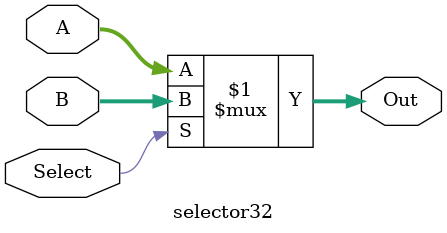
<source format=v>
`timescale 1ns / 1ps


module selector32(
    input Select,
    input [31:0] A,
    input [31:0] B,
    output [31:0] Out
    );

    assign Out = Select ? B : A;
endmodule

</source>
